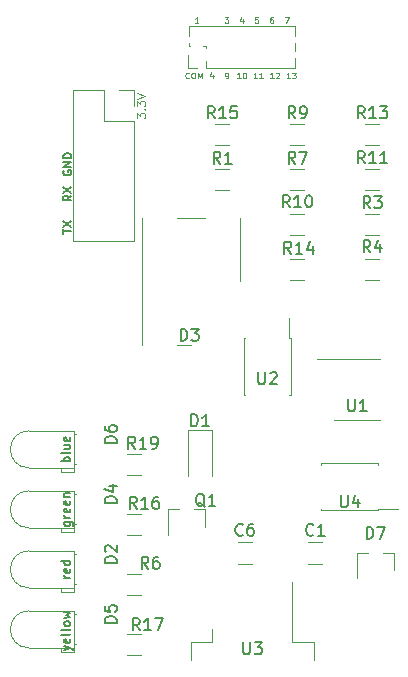
<source format=gbr>
%TF.GenerationSoftware,KiCad,Pcbnew,5.1.5+dfsg1-2build2*%
%TF.CreationDate,2021-11-04T20:27:07+01:00*%
%TF.ProjectId,ebus-adapter,65627573-2d61-4646-9170-7465722e6b69,rev?*%
%TF.SameCoordinates,Original*%
%TF.FileFunction,Legend,Top*%
%TF.FilePolarity,Positive*%
%FSLAX46Y46*%
G04 Gerber Fmt 4.6, Leading zero omitted, Abs format (unit mm)*
G04 Created by KiCad (PCBNEW 5.1.5+dfsg1-2build2) date 2021-11-04 20:27:07*
%MOMM*%
%LPD*%
G04 APERTURE LIST*
%ADD10C,0.125000*%
%ADD11C,0.150000*%
%ADD12C,0.120000*%
G04 APERTURE END LIST*
D10*
X74029142Y-89205571D02*
X74005333Y-89229380D01*
X73933904Y-89253190D01*
X73886285Y-89253190D01*
X73814857Y-89229380D01*
X73767238Y-89181761D01*
X73743428Y-89134142D01*
X73719619Y-89038904D01*
X73719619Y-88967476D01*
X73743428Y-88872238D01*
X73767238Y-88824619D01*
X73814857Y-88777000D01*
X73886285Y-88753190D01*
X73933904Y-88753190D01*
X74005333Y-88777000D01*
X74029142Y-88800809D01*
X74338666Y-88753190D02*
X74433904Y-88753190D01*
X74481523Y-88777000D01*
X74529142Y-88824619D01*
X74552952Y-88919857D01*
X74552952Y-89086523D01*
X74529142Y-89181761D01*
X74481523Y-89229380D01*
X74433904Y-89253190D01*
X74338666Y-89253190D01*
X74291047Y-89229380D01*
X74243428Y-89181761D01*
X74219619Y-89086523D01*
X74219619Y-88919857D01*
X74243428Y-88824619D01*
X74291047Y-88777000D01*
X74338666Y-88753190D01*
X74767238Y-89253190D02*
X74767238Y-88753190D01*
X74933904Y-89110333D01*
X75100571Y-88753190D01*
X75100571Y-89253190D01*
X82581761Y-89253190D02*
X82296047Y-89253190D01*
X82438904Y-89253190D02*
X82438904Y-88753190D01*
X82391285Y-88824619D01*
X82343666Y-88872238D01*
X82296047Y-88896047D01*
X82748428Y-88753190D02*
X83057952Y-88753190D01*
X82891285Y-88943666D01*
X82962714Y-88943666D01*
X83010333Y-88967476D01*
X83034142Y-88991285D01*
X83057952Y-89038904D01*
X83057952Y-89157952D01*
X83034142Y-89205571D01*
X83010333Y-89229380D01*
X82962714Y-89253190D01*
X82819857Y-89253190D01*
X82772238Y-89229380D01*
X82748428Y-89205571D01*
X81184761Y-89253190D02*
X80899047Y-89253190D01*
X81041904Y-89253190D02*
X81041904Y-88753190D01*
X80994285Y-88824619D01*
X80946666Y-88872238D01*
X80899047Y-88896047D01*
X81375238Y-88800809D02*
X81399047Y-88777000D01*
X81446666Y-88753190D01*
X81565714Y-88753190D01*
X81613333Y-88777000D01*
X81637142Y-88800809D01*
X81660952Y-88848428D01*
X81660952Y-88896047D01*
X81637142Y-88967476D01*
X81351428Y-89253190D01*
X81660952Y-89253190D01*
X79787761Y-89253190D02*
X79502047Y-89253190D01*
X79644904Y-89253190D02*
X79644904Y-88753190D01*
X79597285Y-88824619D01*
X79549666Y-88872238D01*
X79502047Y-88896047D01*
X80263952Y-89253190D02*
X79978238Y-89253190D01*
X80121095Y-89253190D02*
X80121095Y-88753190D01*
X80073476Y-88824619D01*
X80025857Y-88872238D01*
X79978238Y-88896047D01*
X78390761Y-89253190D02*
X78105047Y-89253190D01*
X78247904Y-89253190D02*
X78247904Y-88753190D01*
X78200285Y-88824619D01*
X78152666Y-88872238D01*
X78105047Y-88896047D01*
X78700285Y-88753190D02*
X78747904Y-88753190D01*
X78795523Y-88777000D01*
X78819333Y-88800809D01*
X78843142Y-88848428D01*
X78866952Y-88943666D01*
X78866952Y-89062714D01*
X78843142Y-89157952D01*
X78819333Y-89205571D01*
X78795523Y-89229380D01*
X78747904Y-89253190D01*
X78700285Y-89253190D01*
X78652666Y-89229380D01*
X78628857Y-89205571D01*
X78605047Y-89157952D01*
X78581238Y-89062714D01*
X78581238Y-88943666D01*
X78605047Y-88848428D01*
X78628857Y-88800809D01*
X78652666Y-88777000D01*
X78700285Y-88753190D01*
X77120761Y-89253190D02*
X77216000Y-89253190D01*
X77263619Y-89229380D01*
X77287428Y-89205571D01*
X77335047Y-89134142D01*
X77358857Y-89038904D01*
X77358857Y-88848428D01*
X77335047Y-88800809D01*
X77311238Y-88777000D01*
X77263619Y-88753190D01*
X77168380Y-88753190D01*
X77120761Y-88777000D01*
X77096952Y-88800809D01*
X77073142Y-88848428D01*
X77073142Y-88967476D01*
X77096952Y-89015095D01*
X77120761Y-89038904D01*
X77168380Y-89062714D01*
X77263619Y-89062714D01*
X77311238Y-89038904D01*
X77335047Y-89015095D01*
X77358857Y-88967476D01*
X76041238Y-88919857D02*
X76041238Y-89253190D01*
X75922190Y-88729380D02*
X75803142Y-89086523D01*
X76112666Y-89086523D01*
X82129333Y-84054190D02*
X82462666Y-84054190D01*
X82248380Y-84554190D01*
X81121238Y-84054190D02*
X81026000Y-84054190D01*
X80978380Y-84078000D01*
X80954571Y-84101809D01*
X80906952Y-84173238D01*
X80883142Y-84268476D01*
X80883142Y-84458952D01*
X80906952Y-84506571D01*
X80930761Y-84530380D01*
X80978380Y-84554190D01*
X81073619Y-84554190D01*
X81121238Y-84530380D01*
X81145047Y-84506571D01*
X81168857Y-84458952D01*
X81168857Y-84339904D01*
X81145047Y-84292285D01*
X81121238Y-84268476D01*
X81073619Y-84244666D01*
X80978380Y-84244666D01*
X80930761Y-84268476D01*
X80906952Y-84292285D01*
X80883142Y-84339904D01*
X79875047Y-84054190D02*
X79636952Y-84054190D01*
X79613142Y-84292285D01*
X79636952Y-84268476D01*
X79684571Y-84244666D01*
X79803619Y-84244666D01*
X79851238Y-84268476D01*
X79875047Y-84292285D01*
X79898857Y-84339904D01*
X79898857Y-84458952D01*
X79875047Y-84506571D01*
X79851238Y-84530380D01*
X79803619Y-84554190D01*
X79684571Y-84554190D01*
X79636952Y-84530380D01*
X79613142Y-84506571D01*
X78581238Y-84220857D02*
X78581238Y-84554190D01*
X78462190Y-84030380D02*
X78343142Y-84387523D01*
X78652666Y-84387523D01*
X77049333Y-84054190D02*
X77358857Y-84054190D01*
X77192190Y-84244666D01*
X77263619Y-84244666D01*
X77311238Y-84268476D01*
X77335047Y-84292285D01*
X77358857Y-84339904D01*
X77358857Y-84458952D01*
X77335047Y-84506571D01*
X77311238Y-84530380D01*
X77263619Y-84554190D01*
X77120761Y-84554190D01*
X77073142Y-84530380D01*
X77049333Y-84506571D01*
X74818857Y-84554190D02*
X74533142Y-84554190D01*
X74676000Y-84554190D02*
X74676000Y-84054190D01*
X74628380Y-84125619D01*
X74580761Y-84173238D01*
X74533142Y-84197047D01*
D11*
X63966285Y-121667857D02*
X63216285Y-121667857D01*
X63502000Y-121667857D02*
X63466285Y-121596428D01*
X63466285Y-121453571D01*
X63502000Y-121382142D01*
X63537714Y-121346428D01*
X63609142Y-121310714D01*
X63823428Y-121310714D01*
X63894857Y-121346428D01*
X63930571Y-121382142D01*
X63966285Y-121453571D01*
X63966285Y-121596428D01*
X63930571Y-121667857D01*
X63966285Y-120882142D02*
X63930571Y-120953571D01*
X63859142Y-120989285D01*
X63216285Y-120989285D01*
X63466285Y-120275000D02*
X63966285Y-120275000D01*
X63466285Y-120596428D02*
X63859142Y-120596428D01*
X63930571Y-120560714D01*
X63966285Y-120489285D01*
X63966285Y-120382142D01*
X63930571Y-120310714D01*
X63894857Y-120275000D01*
X63930571Y-119632142D02*
X63966285Y-119703571D01*
X63966285Y-119846428D01*
X63930571Y-119917857D01*
X63859142Y-119953571D01*
X63573428Y-119953571D01*
X63502000Y-119917857D01*
X63466285Y-119846428D01*
X63466285Y-119703571D01*
X63502000Y-119632142D01*
X63573428Y-119596428D01*
X63644857Y-119596428D01*
X63716285Y-119953571D01*
X63466285Y-126783571D02*
X64073428Y-126783571D01*
X64144857Y-126819285D01*
X64180571Y-126855000D01*
X64216285Y-126926428D01*
X64216285Y-127033571D01*
X64180571Y-127105000D01*
X63930571Y-126783571D02*
X63966285Y-126855000D01*
X63966285Y-126997857D01*
X63930571Y-127069285D01*
X63894857Y-127105000D01*
X63823428Y-127140714D01*
X63609142Y-127140714D01*
X63537714Y-127105000D01*
X63502000Y-127069285D01*
X63466285Y-126997857D01*
X63466285Y-126855000D01*
X63502000Y-126783571D01*
X63966285Y-126426428D02*
X63466285Y-126426428D01*
X63609142Y-126426428D02*
X63537714Y-126390714D01*
X63502000Y-126355000D01*
X63466285Y-126283571D01*
X63466285Y-126212142D01*
X63930571Y-125676428D02*
X63966285Y-125747857D01*
X63966285Y-125890714D01*
X63930571Y-125962142D01*
X63859142Y-125997857D01*
X63573428Y-125997857D01*
X63502000Y-125962142D01*
X63466285Y-125890714D01*
X63466285Y-125747857D01*
X63502000Y-125676428D01*
X63573428Y-125640714D01*
X63644857Y-125640714D01*
X63716285Y-125997857D01*
X63930571Y-125033571D02*
X63966285Y-125105000D01*
X63966285Y-125247857D01*
X63930571Y-125319285D01*
X63859142Y-125355000D01*
X63573428Y-125355000D01*
X63502000Y-125319285D01*
X63466285Y-125247857D01*
X63466285Y-125105000D01*
X63502000Y-125033571D01*
X63573428Y-124997857D01*
X63644857Y-124997857D01*
X63716285Y-125355000D01*
X63466285Y-124676428D02*
X63966285Y-124676428D01*
X63537714Y-124676428D02*
X63502000Y-124640714D01*
X63466285Y-124569285D01*
X63466285Y-124462142D01*
X63502000Y-124390714D01*
X63573428Y-124355000D01*
X63966285Y-124355000D01*
X63966285Y-131524285D02*
X63466285Y-131524285D01*
X63609142Y-131524285D02*
X63537714Y-131488571D01*
X63502000Y-131452857D01*
X63466285Y-131381428D01*
X63466285Y-131310000D01*
X63930571Y-130774285D02*
X63966285Y-130845714D01*
X63966285Y-130988571D01*
X63930571Y-131060000D01*
X63859142Y-131095714D01*
X63573428Y-131095714D01*
X63502000Y-131060000D01*
X63466285Y-130988571D01*
X63466285Y-130845714D01*
X63502000Y-130774285D01*
X63573428Y-130738571D01*
X63644857Y-130738571D01*
X63716285Y-131095714D01*
X63966285Y-130095714D02*
X63216285Y-130095714D01*
X63930571Y-130095714D02*
X63966285Y-130167142D01*
X63966285Y-130310000D01*
X63930571Y-130381428D01*
X63894857Y-130417142D01*
X63823428Y-130452857D01*
X63609142Y-130452857D01*
X63537714Y-130417142D01*
X63502000Y-130381428D01*
X63466285Y-130310000D01*
X63466285Y-130167142D01*
X63502000Y-130095714D01*
X63466285Y-137642000D02*
X63966285Y-137463428D01*
X63466285Y-137284857D02*
X63966285Y-137463428D01*
X64144857Y-137534857D01*
X64180571Y-137570571D01*
X64216285Y-137642000D01*
X63930571Y-136713428D02*
X63966285Y-136784857D01*
X63966285Y-136927714D01*
X63930571Y-136999142D01*
X63859142Y-137034857D01*
X63573428Y-137034857D01*
X63502000Y-136999142D01*
X63466285Y-136927714D01*
X63466285Y-136784857D01*
X63502000Y-136713428D01*
X63573428Y-136677714D01*
X63644857Y-136677714D01*
X63716285Y-137034857D01*
X63966285Y-136249142D02*
X63930571Y-136320571D01*
X63859142Y-136356285D01*
X63216285Y-136356285D01*
X63966285Y-135856285D02*
X63930571Y-135927714D01*
X63859142Y-135963428D01*
X63216285Y-135963428D01*
X63966285Y-135463428D02*
X63930571Y-135534857D01*
X63894857Y-135570571D01*
X63823428Y-135606285D01*
X63609142Y-135606285D01*
X63537714Y-135570571D01*
X63502000Y-135534857D01*
X63466285Y-135463428D01*
X63466285Y-135356285D01*
X63502000Y-135284857D01*
X63537714Y-135249142D01*
X63609142Y-135213428D01*
X63823428Y-135213428D01*
X63894857Y-135249142D01*
X63930571Y-135284857D01*
X63966285Y-135356285D01*
X63966285Y-135463428D01*
X63466285Y-134963428D02*
X63966285Y-134820571D01*
X63609142Y-134677714D01*
X63966285Y-134534857D01*
X63466285Y-134392000D01*
D10*
X69593666Y-92600333D02*
X69593666Y-92167000D01*
X69860333Y-92400333D01*
X69860333Y-92300333D01*
X69893666Y-92233666D01*
X69927000Y-92200333D01*
X69993666Y-92167000D01*
X70160333Y-92167000D01*
X70227000Y-92200333D01*
X70260333Y-92233666D01*
X70293666Y-92300333D01*
X70293666Y-92500333D01*
X70260333Y-92567000D01*
X70227000Y-92600333D01*
X70227000Y-91867000D02*
X70260333Y-91833666D01*
X70293666Y-91867000D01*
X70260333Y-91900333D01*
X70227000Y-91867000D01*
X70293666Y-91867000D01*
X69593666Y-91600333D02*
X69593666Y-91167000D01*
X69860333Y-91400333D01*
X69860333Y-91300333D01*
X69893666Y-91233666D01*
X69927000Y-91200333D01*
X69993666Y-91167000D01*
X70160333Y-91167000D01*
X70227000Y-91200333D01*
X70260333Y-91233666D01*
X70293666Y-91300333D01*
X70293666Y-91500333D01*
X70260333Y-91567000D01*
X70227000Y-91600333D01*
X69593666Y-90967000D02*
X70293666Y-90733666D01*
X69593666Y-90500333D01*
D11*
X63370666Y-102387333D02*
X63370666Y-101987333D01*
X64070666Y-102187333D02*
X63370666Y-102187333D01*
X63370666Y-101820666D02*
X64070666Y-101354000D01*
X63370666Y-101354000D02*
X64070666Y-101820666D01*
X64070666Y-99176666D02*
X63737333Y-99410000D01*
X64070666Y-99576666D02*
X63370666Y-99576666D01*
X63370666Y-99310000D01*
X63404000Y-99243333D01*
X63437333Y-99210000D01*
X63504000Y-99176666D01*
X63604000Y-99176666D01*
X63670666Y-99210000D01*
X63704000Y-99243333D01*
X63737333Y-99310000D01*
X63737333Y-99576666D01*
X63370666Y-98943333D02*
X64070666Y-98476666D01*
X63370666Y-98476666D02*
X64070666Y-98943333D01*
X63404000Y-97053333D02*
X63370666Y-97120000D01*
X63370666Y-97220000D01*
X63404000Y-97320000D01*
X63470666Y-97386666D01*
X63537333Y-97420000D01*
X63670666Y-97453333D01*
X63770666Y-97453333D01*
X63904000Y-97420000D01*
X63970666Y-97386666D01*
X64037333Y-97320000D01*
X64070666Y-97220000D01*
X64070666Y-97153333D01*
X64037333Y-97053333D01*
X64004000Y-97020000D01*
X63770666Y-97020000D01*
X63770666Y-97153333D01*
X64070666Y-96720000D02*
X63370666Y-96720000D01*
X64070666Y-96320000D01*
X63370666Y-96320000D01*
X64070666Y-95986666D02*
X63370666Y-95986666D01*
X63370666Y-95820000D01*
X63404000Y-95720000D01*
X63470666Y-95653333D01*
X63537333Y-95620000D01*
X63670666Y-95586666D01*
X63770666Y-95586666D01*
X63904000Y-95620000D01*
X63970666Y-95653333D01*
X64037333Y-95720000D01*
X64070666Y-95820000D01*
X64070666Y-95986666D01*
D12*
%TO.C,D3*%
X75368000Y-101066000D02*
X72968000Y-101066000D01*
X78328000Y-106426000D02*
X78328000Y-101066000D01*
X70008000Y-111786000D02*
X70008000Y-101066000D01*
X74168000Y-111786000D02*
X72968000Y-111786000D01*
%TO.C,J8*%
X73916000Y-88379000D02*
X73916000Y-87249000D01*
X74676000Y-88379000D02*
X73916000Y-88379000D01*
X73981000Y-85671470D02*
X73981000Y-84849000D01*
X73981000Y-86489000D02*
X73981000Y-86286530D01*
X74112529Y-86489000D02*
X73981000Y-86489000D01*
X75382529Y-86489000D02*
X75239471Y-86489000D01*
X75436000Y-86685529D02*
X75436000Y-86542471D01*
X75436000Y-88379000D02*
X75436000Y-87812471D01*
X73981000Y-84849000D02*
X82991000Y-84849000D01*
X75436000Y-88379000D02*
X82991000Y-88379000D01*
X82991000Y-86941470D02*
X82991000Y-86286530D01*
X82991000Y-85671470D02*
X82991000Y-84849000D01*
X82991000Y-88379000D02*
X82991000Y-87556530D01*
%TO.C,U4*%
X85230000Y-125825000D02*
X85230000Y-125675000D01*
X90030000Y-125825000D02*
X85230000Y-125825000D01*
X90030000Y-125675000D02*
X90030000Y-125825000D01*
X90030000Y-121825000D02*
X90030000Y-121975000D01*
X85230000Y-121825000D02*
X90030000Y-121825000D01*
X85230000Y-121975000D02*
X85230000Y-121825000D01*
X90030000Y-125675000D02*
X91730000Y-125675000D01*
%TO.C,U3*%
X75985000Y-137004000D02*
X75985000Y-135904000D01*
X74175000Y-137004000D02*
X75985000Y-137004000D01*
X74175000Y-138504000D02*
X74175000Y-137004000D01*
X82765000Y-137004000D02*
X82765000Y-131879000D01*
X84575000Y-137004000D02*
X82765000Y-137004000D01*
X84575000Y-138504000D02*
X84575000Y-137004000D01*
%TO.C,U2*%
X82645000Y-116065000D02*
X82495000Y-116065000D01*
X82645000Y-111265000D02*
X82645000Y-116065000D01*
X82495000Y-111265000D02*
X82645000Y-111265000D01*
X78645000Y-111265000D02*
X78795000Y-111265000D01*
X78645000Y-116065000D02*
X78645000Y-111265000D01*
X78795000Y-116065000D02*
X78645000Y-116065000D01*
X82495000Y-111265000D02*
X82495000Y-109565000D01*
%TO.C,J3*%
X68072000Y-90237000D02*
X69402000Y-90237000D01*
X69402000Y-90237000D02*
X69402000Y-91567000D01*
X66802000Y-90237000D02*
X66802000Y-92837000D01*
X66802000Y-92837000D02*
X69402000Y-92837000D01*
X69402000Y-92837000D02*
X69402000Y-103057000D01*
X64202000Y-103057000D02*
X69402000Y-103057000D01*
X64202000Y-90237000D02*
X64202000Y-103057000D01*
X64202000Y-90237000D02*
X66802000Y-90237000D01*
%TO.C,U1*%
X88265000Y-118130000D02*
X90215000Y-118130000D01*
X88265000Y-118130000D02*
X86315000Y-118130000D01*
X88265000Y-113010000D02*
X90215000Y-113010000D01*
X88265000Y-113010000D02*
X84815000Y-113010000D01*
%TO.C,Q1*%
X75367000Y-125732000D02*
X74437000Y-125732000D01*
X72207000Y-125732000D02*
X73137000Y-125732000D01*
X72207000Y-125732000D02*
X72207000Y-127892000D01*
X75367000Y-125732000D02*
X75367000Y-127192000D01*
%TO.C,D7*%
X91369000Y-129415000D02*
X90439000Y-129415000D01*
X88209000Y-129415000D02*
X89139000Y-129415000D01*
X88209000Y-129415000D02*
X88209000Y-131575000D01*
X91369000Y-129415000D02*
X91369000Y-130875000D01*
%TO.C,D1*%
X75930000Y-119035000D02*
X73930000Y-119035000D01*
X73930000Y-119035000D02*
X73930000Y-122935000D01*
X75930000Y-119035000D02*
X75930000Y-122935000D01*
%TO.C,R19*%
X68739936Y-121010000D02*
X69944064Y-121010000D01*
X68739936Y-122830000D02*
X69944064Y-122830000D01*
%TO.C,R17*%
X68739936Y-136250000D02*
X69944064Y-136250000D01*
X68739936Y-138070000D02*
X69944064Y-138070000D01*
%TO.C,R16*%
X68739936Y-126090000D02*
X69944064Y-126090000D01*
X68739936Y-127910000D02*
X69944064Y-127910000D01*
%TO.C,R15*%
X76232936Y-93070000D02*
X77437064Y-93070000D01*
X76232936Y-94890000D02*
X77437064Y-94890000D01*
%TO.C,R14*%
X83787064Y-106320000D02*
X82582936Y-106320000D01*
X83787064Y-104500000D02*
X82582936Y-104500000D01*
%TO.C,R13*%
X88932936Y-93070000D02*
X90137064Y-93070000D01*
X88932936Y-94890000D02*
X90137064Y-94890000D01*
%TO.C,R11*%
X88932936Y-96880000D02*
X90137064Y-96880000D01*
X88932936Y-98700000D02*
X90137064Y-98700000D01*
%TO.C,R10*%
X83787064Y-102510000D02*
X82582936Y-102510000D01*
X83787064Y-100690000D02*
X82582936Y-100690000D01*
%TO.C,R9*%
X82582936Y-93070000D02*
X83787064Y-93070000D01*
X82582936Y-94890000D02*
X83787064Y-94890000D01*
%TO.C,R7*%
X82582936Y-96880000D02*
X83787064Y-96880000D01*
X82582936Y-98700000D02*
X83787064Y-98700000D01*
%TO.C,R6*%
X68739936Y-131170000D02*
X69944064Y-131170000D01*
X68739936Y-132990000D02*
X69944064Y-132990000D01*
%TO.C,R4*%
X90137064Y-106320000D02*
X88932936Y-106320000D01*
X90137064Y-104500000D02*
X88932936Y-104500000D01*
%TO.C,R3*%
X88932936Y-100690000D02*
X90137064Y-100690000D01*
X88932936Y-102510000D02*
X90137064Y-102510000D01*
%TO.C,R1*%
X77437064Y-98700000D02*
X76232936Y-98700000D01*
X77437064Y-96880000D02*
X76232936Y-96880000D01*
%TO.C,C6*%
X78137936Y-128503000D02*
X79342064Y-128503000D01*
X78137936Y-130323000D02*
X79342064Y-130323000D01*
%TO.C,C1*%
X85311064Y-130323000D02*
X84106936Y-130323000D01*
X85311064Y-128503000D02*
X84106936Y-128503000D01*
%TO.C,D6*%
X64322000Y-119090000D02*
X60462000Y-119090000D01*
X64322000Y-122210000D02*
X60462000Y-122210000D01*
X64322000Y-119090000D02*
X64322000Y-122210000D01*
X64322000Y-122610000D02*
X63202000Y-122610000D01*
X63202000Y-122610000D02*
X63202000Y-122210000D01*
X63202000Y-122210000D02*
X64322000Y-122210000D01*
X64322000Y-122210000D02*
X64322000Y-122610000D01*
X64452000Y-119380000D02*
X64322000Y-119380000D01*
X64322000Y-119380000D02*
X64322000Y-119380000D01*
X64322000Y-119380000D02*
X64452000Y-119380000D01*
X64452000Y-119380000D02*
X64452000Y-119380000D01*
X64452000Y-121920000D02*
X64322000Y-121920000D01*
X64322000Y-121920000D02*
X64322000Y-121920000D01*
X64322000Y-121920000D02*
X64452000Y-121920000D01*
X64452000Y-121920000D02*
X64452000Y-121920000D01*
X60462000Y-122210000D02*
G75*
G02X60462000Y-119090000I0J1560000D01*
G01*
%TO.C,D5*%
X64322000Y-134330000D02*
X60462000Y-134330000D01*
X64322000Y-137450000D02*
X60462000Y-137450000D01*
X64322000Y-134330000D02*
X64322000Y-137450000D01*
X64322000Y-137850000D02*
X63202000Y-137850000D01*
X63202000Y-137850000D02*
X63202000Y-137450000D01*
X63202000Y-137450000D02*
X64322000Y-137450000D01*
X64322000Y-137450000D02*
X64322000Y-137850000D01*
X64452000Y-134620000D02*
X64322000Y-134620000D01*
X64322000Y-134620000D02*
X64322000Y-134620000D01*
X64322000Y-134620000D02*
X64452000Y-134620000D01*
X64452000Y-134620000D02*
X64452000Y-134620000D01*
X64452000Y-137160000D02*
X64322000Y-137160000D01*
X64322000Y-137160000D02*
X64322000Y-137160000D01*
X64322000Y-137160000D02*
X64452000Y-137160000D01*
X64452000Y-137160000D02*
X64452000Y-137160000D01*
X60462000Y-137450000D02*
G75*
G02X60462000Y-134330000I0J1560000D01*
G01*
%TO.C,D4*%
X64322000Y-124170000D02*
X60462000Y-124170000D01*
X64322000Y-127290000D02*
X60462000Y-127290000D01*
X64322000Y-124170000D02*
X64322000Y-127290000D01*
X64322000Y-127690000D02*
X63202000Y-127690000D01*
X63202000Y-127690000D02*
X63202000Y-127290000D01*
X63202000Y-127290000D02*
X64322000Y-127290000D01*
X64322000Y-127290000D02*
X64322000Y-127690000D01*
X64452000Y-124460000D02*
X64322000Y-124460000D01*
X64322000Y-124460000D02*
X64322000Y-124460000D01*
X64322000Y-124460000D02*
X64452000Y-124460000D01*
X64452000Y-124460000D02*
X64452000Y-124460000D01*
X64452000Y-127000000D02*
X64322000Y-127000000D01*
X64322000Y-127000000D02*
X64322000Y-127000000D01*
X64322000Y-127000000D02*
X64452000Y-127000000D01*
X64452000Y-127000000D02*
X64452000Y-127000000D01*
X60462000Y-127290000D02*
G75*
G02X60462000Y-124170000I0J1560000D01*
G01*
%TO.C,D2*%
X64322000Y-129250000D02*
X60462000Y-129250000D01*
X64322000Y-132370000D02*
X60462000Y-132370000D01*
X64322000Y-129250000D02*
X64322000Y-132370000D01*
X64322000Y-132770000D02*
X63202000Y-132770000D01*
X63202000Y-132770000D02*
X63202000Y-132370000D01*
X63202000Y-132370000D02*
X64322000Y-132370000D01*
X64322000Y-132370000D02*
X64322000Y-132770000D01*
X64452000Y-129540000D02*
X64322000Y-129540000D01*
X64322000Y-129540000D02*
X64322000Y-129540000D01*
X64322000Y-129540000D02*
X64452000Y-129540000D01*
X64452000Y-129540000D02*
X64452000Y-129540000D01*
X64452000Y-132080000D02*
X64322000Y-132080000D01*
X64322000Y-132080000D02*
X64322000Y-132080000D01*
X64322000Y-132080000D02*
X64452000Y-132080000D01*
X64452000Y-132080000D02*
X64452000Y-132080000D01*
X60462000Y-132370000D02*
G75*
G02X60462000Y-129250000I0J1560000D01*
G01*
%TO.C,D3*%
D11*
X73302904Y-111450380D02*
X73302904Y-110450380D01*
X73541000Y-110450380D01*
X73683857Y-110498000D01*
X73779095Y-110593238D01*
X73826714Y-110688476D01*
X73874333Y-110878952D01*
X73874333Y-111021809D01*
X73826714Y-111212285D01*
X73779095Y-111307523D01*
X73683857Y-111402761D01*
X73541000Y-111450380D01*
X73302904Y-111450380D01*
X74207666Y-110450380D02*
X74826714Y-110450380D01*
X74493380Y-110831333D01*
X74636238Y-110831333D01*
X74731476Y-110878952D01*
X74779095Y-110926571D01*
X74826714Y-111021809D01*
X74826714Y-111259904D01*
X74779095Y-111355142D01*
X74731476Y-111402761D01*
X74636238Y-111450380D01*
X74350523Y-111450380D01*
X74255285Y-111402761D01*
X74207666Y-111355142D01*
%TO.C,U4*%
X86868095Y-124547380D02*
X86868095Y-125356904D01*
X86915714Y-125452142D01*
X86963333Y-125499761D01*
X87058571Y-125547380D01*
X87249047Y-125547380D01*
X87344285Y-125499761D01*
X87391904Y-125452142D01*
X87439523Y-125356904D01*
X87439523Y-124547380D01*
X88344285Y-124880714D02*
X88344285Y-125547380D01*
X88106190Y-124499761D02*
X87868095Y-125214047D01*
X88487142Y-125214047D01*
%TO.C,U3*%
X78613095Y-136993380D02*
X78613095Y-137802904D01*
X78660714Y-137898142D01*
X78708333Y-137945761D01*
X78803571Y-137993380D01*
X78994047Y-137993380D01*
X79089285Y-137945761D01*
X79136904Y-137898142D01*
X79184523Y-137802904D01*
X79184523Y-136993380D01*
X79565476Y-136993380D02*
X80184523Y-136993380D01*
X79851190Y-137374333D01*
X79994047Y-137374333D01*
X80089285Y-137421952D01*
X80136904Y-137469571D01*
X80184523Y-137564809D01*
X80184523Y-137802904D01*
X80136904Y-137898142D01*
X80089285Y-137945761D01*
X79994047Y-137993380D01*
X79708333Y-137993380D01*
X79613095Y-137945761D01*
X79565476Y-137898142D01*
%TO.C,U2*%
X79883095Y-114133380D02*
X79883095Y-114942904D01*
X79930714Y-115038142D01*
X79978333Y-115085761D01*
X80073571Y-115133380D01*
X80264047Y-115133380D01*
X80359285Y-115085761D01*
X80406904Y-115038142D01*
X80454523Y-114942904D01*
X80454523Y-114133380D01*
X80883095Y-114228619D02*
X80930714Y-114181000D01*
X81025952Y-114133380D01*
X81264047Y-114133380D01*
X81359285Y-114181000D01*
X81406904Y-114228619D01*
X81454523Y-114323857D01*
X81454523Y-114419095D01*
X81406904Y-114561952D01*
X80835476Y-115133380D01*
X81454523Y-115133380D01*
%TO.C,U1*%
X87503095Y-116419380D02*
X87503095Y-117228904D01*
X87550714Y-117324142D01*
X87598333Y-117371761D01*
X87693571Y-117419380D01*
X87884047Y-117419380D01*
X87979285Y-117371761D01*
X88026904Y-117324142D01*
X88074523Y-117228904D01*
X88074523Y-116419380D01*
X89074523Y-117419380D02*
X88503095Y-117419380D01*
X88788809Y-117419380D02*
X88788809Y-116419380D01*
X88693571Y-116562238D01*
X88598333Y-116657476D01*
X88503095Y-116705095D01*
%TO.C,Q1*%
X75342761Y-125515619D02*
X75247523Y-125468000D01*
X75152285Y-125372761D01*
X75009428Y-125229904D01*
X74914190Y-125182285D01*
X74818952Y-125182285D01*
X74866571Y-125420380D02*
X74771333Y-125372761D01*
X74676095Y-125277523D01*
X74628476Y-125087047D01*
X74628476Y-124753714D01*
X74676095Y-124563238D01*
X74771333Y-124468000D01*
X74866571Y-124420380D01*
X75057047Y-124420380D01*
X75152285Y-124468000D01*
X75247523Y-124563238D01*
X75295142Y-124753714D01*
X75295142Y-125087047D01*
X75247523Y-125277523D01*
X75152285Y-125372761D01*
X75057047Y-125420380D01*
X74866571Y-125420380D01*
X76247523Y-125420380D02*
X75676095Y-125420380D01*
X75961809Y-125420380D02*
X75961809Y-124420380D01*
X75866571Y-124563238D01*
X75771333Y-124658476D01*
X75676095Y-124706095D01*
%TO.C,D7*%
X89050904Y-128214380D02*
X89050904Y-127214380D01*
X89289000Y-127214380D01*
X89431857Y-127262000D01*
X89527095Y-127357238D01*
X89574714Y-127452476D01*
X89622333Y-127642952D01*
X89622333Y-127785809D01*
X89574714Y-127976285D01*
X89527095Y-128071523D01*
X89431857Y-128166761D01*
X89289000Y-128214380D01*
X89050904Y-128214380D01*
X89955666Y-127214380D02*
X90622333Y-127214380D01*
X90193761Y-128214380D01*
%TO.C,D1*%
X74191904Y-118689380D02*
X74191904Y-117689380D01*
X74430000Y-117689380D01*
X74572857Y-117737000D01*
X74668095Y-117832238D01*
X74715714Y-117927476D01*
X74763333Y-118117952D01*
X74763333Y-118260809D01*
X74715714Y-118451285D01*
X74668095Y-118546523D01*
X74572857Y-118641761D01*
X74430000Y-118689380D01*
X74191904Y-118689380D01*
X75715714Y-118689380D02*
X75144285Y-118689380D01*
X75430000Y-118689380D02*
X75430000Y-117689380D01*
X75334761Y-117832238D01*
X75239523Y-117927476D01*
X75144285Y-117975095D01*
%TO.C,R19*%
X69461142Y-120594380D02*
X69127809Y-120118190D01*
X68889714Y-120594380D02*
X68889714Y-119594380D01*
X69270666Y-119594380D01*
X69365904Y-119642000D01*
X69413523Y-119689619D01*
X69461142Y-119784857D01*
X69461142Y-119927714D01*
X69413523Y-120022952D01*
X69365904Y-120070571D01*
X69270666Y-120118190D01*
X68889714Y-120118190D01*
X70413523Y-120594380D02*
X69842095Y-120594380D01*
X70127809Y-120594380D02*
X70127809Y-119594380D01*
X70032571Y-119737238D01*
X69937333Y-119832476D01*
X69842095Y-119880095D01*
X70889714Y-120594380D02*
X71080190Y-120594380D01*
X71175428Y-120546761D01*
X71223047Y-120499142D01*
X71318285Y-120356285D01*
X71365904Y-120165809D01*
X71365904Y-119784857D01*
X71318285Y-119689619D01*
X71270666Y-119642000D01*
X71175428Y-119594380D01*
X70984952Y-119594380D01*
X70889714Y-119642000D01*
X70842095Y-119689619D01*
X70794476Y-119784857D01*
X70794476Y-120022952D01*
X70842095Y-120118190D01*
X70889714Y-120165809D01*
X70984952Y-120213428D01*
X71175428Y-120213428D01*
X71270666Y-120165809D01*
X71318285Y-120118190D01*
X71365904Y-120022952D01*
%TO.C,R17*%
X69842142Y-135961380D02*
X69508809Y-135485190D01*
X69270714Y-135961380D02*
X69270714Y-134961380D01*
X69651666Y-134961380D01*
X69746904Y-135009000D01*
X69794523Y-135056619D01*
X69842142Y-135151857D01*
X69842142Y-135294714D01*
X69794523Y-135389952D01*
X69746904Y-135437571D01*
X69651666Y-135485190D01*
X69270714Y-135485190D01*
X70794523Y-135961380D02*
X70223095Y-135961380D01*
X70508809Y-135961380D02*
X70508809Y-134961380D01*
X70413571Y-135104238D01*
X70318333Y-135199476D01*
X70223095Y-135247095D01*
X71127857Y-134961380D02*
X71794523Y-134961380D01*
X71365952Y-135961380D01*
%TO.C,R16*%
X69588142Y-125674380D02*
X69254809Y-125198190D01*
X69016714Y-125674380D02*
X69016714Y-124674380D01*
X69397666Y-124674380D01*
X69492904Y-124722000D01*
X69540523Y-124769619D01*
X69588142Y-124864857D01*
X69588142Y-125007714D01*
X69540523Y-125102952D01*
X69492904Y-125150571D01*
X69397666Y-125198190D01*
X69016714Y-125198190D01*
X70540523Y-125674380D02*
X69969095Y-125674380D01*
X70254809Y-125674380D02*
X70254809Y-124674380D01*
X70159571Y-124817238D01*
X70064333Y-124912476D01*
X69969095Y-124960095D01*
X71397666Y-124674380D02*
X71207190Y-124674380D01*
X71111952Y-124722000D01*
X71064333Y-124769619D01*
X70969095Y-124912476D01*
X70921476Y-125102952D01*
X70921476Y-125483904D01*
X70969095Y-125579142D01*
X71016714Y-125626761D01*
X71111952Y-125674380D01*
X71302428Y-125674380D01*
X71397666Y-125626761D01*
X71445285Y-125579142D01*
X71492904Y-125483904D01*
X71492904Y-125245809D01*
X71445285Y-125150571D01*
X71397666Y-125102952D01*
X71302428Y-125055333D01*
X71111952Y-125055333D01*
X71016714Y-125102952D01*
X70969095Y-125150571D01*
X70921476Y-125245809D01*
%TO.C,R15*%
X76192142Y-92612380D02*
X75858809Y-92136190D01*
X75620714Y-92612380D02*
X75620714Y-91612380D01*
X76001666Y-91612380D01*
X76096904Y-91660000D01*
X76144523Y-91707619D01*
X76192142Y-91802857D01*
X76192142Y-91945714D01*
X76144523Y-92040952D01*
X76096904Y-92088571D01*
X76001666Y-92136190D01*
X75620714Y-92136190D01*
X77144523Y-92612380D02*
X76573095Y-92612380D01*
X76858809Y-92612380D02*
X76858809Y-91612380D01*
X76763571Y-91755238D01*
X76668333Y-91850476D01*
X76573095Y-91898095D01*
X78049285Y-91612380D02*
X77573095Y-91612380D01*
X77525476Y-92088571D01*
X77573095Y-92040952D01*
X77668333Y-91993333D01*
X77906428Y-91993333D01*
X78001666Y-92040952D01*
X78049285Y-92088571D01*
X78096904Y-92183809D01*
X78096904Y-92421904D01*
X78049285Y-92517142D01*
X78001666Y-92564761D01*
X77906428Y-92612380D01*
X77668333Y-92612380D01*
X77573095Y-92564761D01*
X77525476Y-92517142D01*
%TO.C,R14*%
X82669142Y-104084380D02*
X82335809Y-103608190D01*
X82097714Y-104084380D02*
X82097714Y-103084380D01*
X82478666Y-103084380D01*
X82573904Y-103132000D01*
X82621523Y-103179619D01*
X82669142Y-103274857D01*
X82669142Y-103417714D01*
X82621523Y-103512952D01*
X82573904Y-103560571D01*
X82478666Y-103608190D01*
X82097714Y-103608190D01*
X83621523Y-104084380D02*
X83050095Y-104084380D01*
X83335809Y-104084380D02*
X83335809Y-103084380D01*
X83240571Y-103227238D01*
X83145333Y-103322476D01*
X83050095Y-103370095D01*
X84478666Y-103417714D02*
X84478666Y-104084380D01*
X84240571Y-103036761D02*
X84002476Y-103751047D01*
X84621523Y-103751047D01*
%TO.C,R13*%
X88892142Y-92612380D02*
X88558809Y-92136190D01*
X88320714Y-92612380D02*
X88320714Y-91612380D01*
X88701666Y-91612380D01*
X88796904Y-91660000D01*
X88844523Y-91707619D01*
X88892142Y-91802857D01*
X88892142Y-91945714D01*
X88844523Y-92040952D01*
X88796904Y-92088571D01*
X88701666Y-92136190D01*
X88320714Y-92136190D01*
X89844523Y-92612380D02*
X89273095Y-92612380D01*
X89558809Y-92612380D02*
X89558809Y-91612380D01*
X89463571Y-91755238D01*
X89368333Y-91850476D01*
X89273095Y-91898095D01*
X90177857Y-91612380D02*
X90796904Y-91612380D01*
X90463571Y-91993333D01*
X90606428Y-91993333D01*
X90701666Y-92040952D01*
X90749285Y-92088571D01*
X90796904Y-92183809D01*
X90796904Y-92421904D01*
X90749285Y-92517142D01*
X90701666Y-92564761D01*
X90606428Y-92612380D01*
X90320714Y-92612380D01*
X90225476Y-92564761D01*
X90177857Y-92517142D01*
%TO.C,R11*%
X88892142Y-96422380D02*
X88558809Y-95946190D01*
X88320714Y-96422380D02*
X88320714Y-95422380D01*
X88701666Y-95422380D01*
X88796904Y-95470000D01*
X88844523Y-95517619D01*
X88892142Y-95612857D01*
X88892142Y-95755714D01*
X88844523Y-95850952D01*
X88796904Y-95898571D01*
X88701666Y-95946190D01*
X88320714Y-95946190D01*
X89844523Y-96422380D02*
X89273095Y-96422380D01*
X89558809Y-96422380D02*
X89558809Y-95422380D01*
X89463571Y-95565238D01*
X89368333Y-95660476D01*
X89273095Y-95708095D01*
X90796904Y-96422380D02*
X90225476Y-96422380D01*
X90511190Y-96422380D02*
X90511190Y-95422380D01*
X90415952Y-95565238D01*
X90320714Y-95660476D01*
X90225476Y-95708095D01*
%TO.C,R10*%
X82542142Y-100147380D02*
X82208809Y-99671190D01*
X81970714Y-100147380D02*
X81970714Y-99147380D01*
X82351666Y-99147380D01*
X82446904Y-99195000D01*
X82494523Y-99242619D01*
X82542142Y-99337857D01*
X82542142Y-99480714D01*
X82494523Y-99575952D01*
X82446904Y-99623571D01*
X82351666Y-99671190D01*
X81970714Y-99671190D01*
X83494523Y-100147380D02*
X82923095Y-100147380D01*
X83208809Y-100147380D02*
X83208809Y-99147380D01*
X83113571Y-99290238D01*
X83018333Y-99385476D01*
X82923095Y-99433095D01*
X84113571Y-99147380D02*
X84208809Y-99147380D01*
X84304047Y-99195000D01*
X84351666Y-99242619D01*
X84399285Y-99337857D01*
X84446904Y-99528333D01*
X84446904Y-99766428D01*
X84399285Y-99956904D01*
X84351666Y-100052142D01*
X84304047Y-100099761D01*
X84208809Y-100147380D01*
X84113571Y-100147380D01*
X84018333Y-100099761D01*
X83970714Y-100052142D01*
X83923095Y-99956904D01*
X83875476Y-99766428D01*
X83875476Y-99528333D01*
X83923095Y-99337857D01*
X83970714Y-99242619D01*
X84018333Y-99195000D01*
X84113571Y-99147380D01*
%TO.C,R9*%
X83018333Y-92612380D02*
X82685000Y-92136190D01*
X82446904Y-92612380D02*
X82446904Y-91612380D01*
X82827857Y-91612380D01*
X82923095Y-91660000D01*
X82970714Y-91707619D01*
X83018333Y-91802857D01*
X83018333Y-91945714D01*
X82970714Y-92040952D01*
X82923095Y-92088571D01*
X82827857Y-92136190D01*
X82446904Y-92136190D01*
X83494523Y-92612380D02*
X83685000Y-92612380D01*
X83780238Y-92564761D01*
X83827857Y-92517142D01*
X83923095Y-92374285D01*
X83970714Y-92183809D01*
X83970714Y-91802857D01*
X83923095Y-91707619D01*
X83875476Y-91660000D01*
X83780238Y-91612380D01*
X83589761Y-91612380D01*
X83494523Y-91660000D01*
X83446904Y-91707619D01*
X83399285Y-91802857D01*
X83399285Y-92040952D01*
X83446904Y-92136190D01*
X83494523Y-92183809D01*
X83589761Y-92231428D01*
X83780238Y-92231428D01*
X83875476Y-92183809D01*
X83923095Y-92136190D01*
X83970714Y-92040952D01*
%TO.C,R7*%
X83018333Y-96464380D02*
X82685000Y-95988190D01*
X82446904Y-96464380D02*
X82446904Y-95464380D01*
X82827857Y-95464380D01*
X82923095Y-95512000D01*
X82970714Y-95559619D01*
X83018333Y-95654857D01*
X83018333Y-95797714D01*
X82970714Y-95892952D01*
X82923095Y-95940571D01*
X82827857Y-95988190D01*
X82446904Y-95988190D01*
X83351666Y-95464380D02*
X84018333Y-95464380D01*
X83589761Y-96464380D01*
%TO.C,R6*%
X70572333Y-130754380D02*
X70239000Y-130278190D01*
X70000904Y-130754380D02*
X70000904Y-129754380D01*
X70381857Y-129754380D01*
X70477095Y-129802000D01*
X70524714Y-129849619D01*
X70572333Y-129944857D01*
X70572333Y-130087714D01*
X70524714Y-130182952D01*
X70477095Y-130230571D01*
X70381857Y-130278190D01*
X70000904Y-130278190D01*
X71429476Y-129754380D02*
X71239000Y-129754380D01*
X71143761Y-129802000D01*
X71096142Y-129849619D01*
X71000904Y-129992476D01*
X70953285Y-130182952D01*
X70953285Y-130563904D01*
X71000904Y-130659142D01*
X71048523Y-130706761D01*
X71143761Y-130754380D01*
X71334238Y-130754380D01*
X71429476Y-130706761D01*
X71477095Y-130659142D01*
X71524714Y-130563904D01*
X71524714Y-130325809D01*
X71477095Y-130230571D01*
X71429476Y-130182952D01*
X71334238Y-130135333D01*
X71143761Y-130135333D01*
X71048523Y-130182952D01*
X71000904Y-130230571D01*
X70953285Y-130325809D01*
%TO.C,R4*%
X89368333Y-103957380D02*
X89035000Y-103481190D01*
X88796904Y-103957380D02*
X88796904Y-102957380D01*
X89177857Y-102957380D01*
X89273095Y-103005000D01*
X89320714Y-103052619D01*
X89368333Y-103147857D01*
X89368333Y-103290714D01*
X89320714Y-103385952D01*
X89273095Y-103433571D01*
X89177857Y-103481190D01*
X88796904Y-103481190D01*
X90225476Y-103290714D02*
X90225476Y-103957380D01*
X89987380Y-102909761D02*
X89749285Y-103624047D01*
X90368333Y-103624047D01*
%TO.C,R3*%
X89368333Y-100232380D02*
X89035000Y-99756190D01*
X88796904Y-100232380D02*
X88796904Y-99232380D01*
X89177857Y-99232380D01*
X89273095Y-99280000D01*
X89320714Y-99327619D01*
X89368333Y-99422857D01*
X89368333Y-99565714D01*
X89320714Y-99660952D01*
X89273095Y-99708571D01*
X89177857Y-99756190D01*
X88796904Y-99756190D01*
X89701666Y-99232380D02*
X90320714Y-99232380D01*
X89987380Y-99613333D01*
X90130238Y-99613333D01*
X90225476Y-99660952D01*
X90273095Y-99708571D01*
X90320714Y-99803809D01*
X90320714Y-100041904D01*
X90273095Y-100137142D01*
X90225476Y-100184761D01*
X90130238Y-100232380D01*
X89844523Y-100232380D01*
X89749285Y-100184761D01*
X89701666Y-100137142D01*
%TO.C,R1*%
X76668333Y-96464380D02*
X76335000Y-95988190D01*
X76096904Y-96464380D02*
X76096904Y-95464380D01*
X76477857Y-95464380D01*
X76573095Y-95512000D01*
X76620714Y-95559619D01*
X76668333Y-95654857D01*
X76668333Y-95797714D01*
X76620714Y-95892952D01*
X76573095Y-95940571D01*
X76477857Y-95988190D01*
X76096904Y-95988190D01*
X77620714Y-96464380D02*
X77049285Y-96464380D01*
X77335000Y-96464380D02*
X77335000Y-95464380D01*
X77239761Y-95607238D01*
X77144523Y-95702476D01*
X77049285Y-95750095D01*
%TO.C,C6*%
X78573333Y-127865142D02*
X78525714Y-127912761D01*
X78382857Y-127960380D01*
X78287619Y-127960380D01*
X78144761Y-127912761D01*
X78049523Y-127817523D01*
X78001904Y-127722285D01*
X77954285Y-127531809D01*
X77954285Y-127388952D01*
X78001904Y-127198476D01*
X78049523Y-127103238D01*
X78144761Y-127008000D01*
X78287619Y-126960380D01*
X78382857Y-126960380D01*
X78525714Y-127008000D01*
X78573333Y-127055619D01*
X79430476Y-126960380D02*
X79240000Y-126960380D01*
X79144761Y-127008000D01*
X79097142Y-127055619D01*
X79001904Y-127198476D01*
X78954285Y-127388952D01*
X78954285Y-127769904D01*
X79001904Y-127865142D01*
X79049523Y-127912761D01*
X79144761Y-127960380D01*
X79335238Y-127960380D01*
X79430476Y-127912761D01*
X79478095Y-127865142D01*
X79525714Y-127769904D01*
X79525714Y-127531809D01*
X79478095Y-127436571D01*
X79430476Y-127388952D01*
X79335238Y-127341333D01*
X79144761Y-127341333D01*
X79049523Y-127388952D01*
X79001904Y-127436571D01*
X78954285Y-127531809D01*
%TO.C,C1*%
X84542333Y-127865142D02*
X84494714Y-127912761D01*
X84351857Y-127960380D01*
X84256619Y-127960380D01*
X84113761Y-127912761D01*
X84018523Y-127817523D01*
X83970904Y-127722285D01*
X83923285Y-127531809D01*
X83923285Y-127388952D01*
X83970904Y-127198476D01*
X84018523Y-127103238D01*
X84113761Y-127008000D01*
X84256619Y-126960380D01*
X84351857Y-126960380D01*
X84494714Y-127008000D01*
X84542333Y-127055619D01*
X85494714Y-127960380D02*
X84923285Y-127960380D01*
X85209000Y-127960380D02*
X85209000Y-126960380D01*
X85113761Y-127103238D01*
X85018523Y-127198476D01*
X84923285Y-127246095D01*
%TO.C,D6*%
X67889380Y-120118095D02*
X66889380Y-120118095D01*
X66889380Y-119880000D01*
X66937000Y-119737142D01*
X67032238Y-119641904D01*
X67127476Y-119594285D01*
X67317952Y-119546666D01*
X67460809Y-119546666D01*
X67651285Y-119594285D01*
X67746523Y-119641904D01*
X67841761Y-119737142D01*
X67889380Y-119880000D01*
X67889380Y-120118095D01*
X66889380Y-118689523D02*
X66889380Y-118880000D01*
X66937000Y-118975238D01*
X66984619Y-119022857D01*
X67127476Y-119118095D01*
X67317952Y-119165714D01*
X67698904Y-119165714D01*
X67794142Y-119118095D01*
X67841761Y-119070476D01*
X67889380Y-118975238D01*
X67889380Y-118784761D01*
X67841761Y-118689523D01*
X67794142Y-118641904D01*
X67698904Y-118594285D01*
X67460809Y-118594285D01*
X67365571Y-118641904D01*
X67317952Y-118689523D01*
X67270333Y-118784761D01*
X67270333Y-118975238D01*
X67317952Y-119070476D01*
X67365571Y-119118095D01*
X67460809Y-119165714D01*
%TO.C,D5*%
X67889380Y-135358095D02*
X66889380Y-135358095D01*
X66889380Y-135120000D01*
X66937000Y-134977142D01*
X67032238Y-134881904D01*
X67127476Y-134834285D01*
X67317952Y-134786666D01*
X67460809Y-134786666D01*
X67651285Y-134834285D01*
X67746523Y-134881904D01*
X67841761Y-134977142D01*
X67889380Y-135120000D01*
X67889380Y-135358095D01*
X66889380Y-133881904D02*
X66889380Y-134358095D01*
X67365571Y-134405714D01*
X67317952Y-134358095D01*
X67270333Y-134262857D01*
X67270333Y-134024761D01*
X67317952Y-133929523D01*
X67365571Y-133881904D01*
X67460809Y-133834285D01*
X67698904Y-133834285D01*
X67794142Y-133881904D01*
X67841761Y-133929523D01*
X67889380Y-134024761D01*
X67889380Y-134262857D01*
X67841761Y-134358095D01*
X67794142Y-134405714D01*
%TO.C,D4*%
X67889380Y-125198095D02*
X66889380Y-125198095D01*
X66889380Y-124960000D01*
X66937000Y-124817142D01*
X67032238Y-124721904D01*
X67127476Y-124674285D01*
X67317952Y-124626666D01*
X67460809Y-124626666D01*
X67651285Y-124674285D01*
X67746523Y-124721904D01*
X67841761Y-124817142D01*
X67889380Y-124960000D01*
X67889380Y-125198095D01*
X67222714Y-123769523D02*
X67889380Y-123769523D01*
X66841761Y-124007619D02*
X67556047Y-124245714D01*
X67556047Y-123626666D01*
%TO.C,D2*%
X67889380Y-130278095D02*
X66889380Y-130278095D01*
X66889380Y-130040000D01*
X66937000Y-129897142D01*
X67032238Y-129801904D01*
X67127476Y-129754285D01*
X67317952Y-129706666D01*
X67460809Y-129706666D01*
X67651285Y-129754285D01*
X67746523Y-129801904D01*
X67841761Y-129897142D01*
X67889380Y-130040000D01*
X67889380Y-130278095D01*
X66984619Y-129325714D02*
X66937000Y-129278095D01*
X66889380Y-129182857D01*
X66889380Y-128944761D01*
X66937000Y-128849523D01*
X66984619Y-128801904D01*
X67079857Y-128754285D01*
X67175095Y-128754285D01*
X67317952Y-128801904D01*
X67889380Y-129373333D01*
X67889380Y-128754285D01*
%TD*%
M02*

</source>
